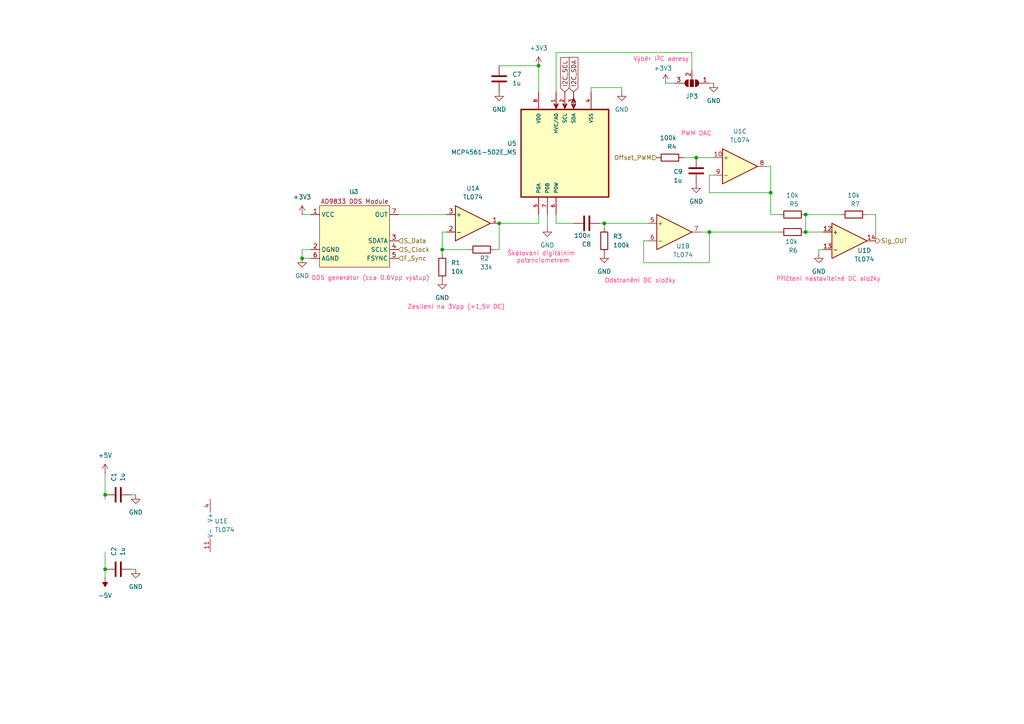
<source format=kicad_sch>
(kicad_sch (version 20250114) (generator "eeschema") (generator_version "9.0")
  (paper "A4")
  (title_block (title "LCR Meter - Signal source") (date "2025-01-20") (rev "1") (company "Vojtěch Glombíček"))
  (lib_symbols
    (symbol "Amplifier_Operational:TL074" (pin_names (offset 0.127))
      (property "Reference" "U" (at 0 5.08 0))
      (property "Value" "TL074" (at 0 -5.08 0))
      (symbol "TL074_1_1"
        (polyline (pts (xy -5.08 5.08) (xy 5.08 0) (xy -5.08 -5.08) (xy -5.08 5.08)) (stroke (width 0.254)) (fill (type background)))
        (pin input line (at -7.62 2.54 0) (length 2.54) (name "+") (number "3"))
        (pin input line (at -7.62 -2.54 0) (length 2.54) (name "-") (number "2"))
        (pin output line (at 7.62 0 180) (length 2.54) (name "~") (number "1"))
      )
      (symbol "TL074_2_1"
        (polyline (pts (xy -5.08 5.08) (xy 5.08 0) (xy -5.08 -5.08) (xy -5.08 5.08)) (stroke (width 0.254)) (fill (type background)))
        (pin input line (at -7.62 2.54 0) (length 2.54) (name "+") (number "5"))
        (pin input line (at -7.62 -2.54 0) (length 2.54) (name "-") (number "6"))
        (pin output line (at 7.62 0 180) (length 2.54) (name "~") (number "7"))
      )
      (symbol "TL074_3_1"
        (polyline (pts (xy -5.08 5.08) (xy 5.08 0) (xy -5.08 -5.08) (xy -5.08 5.08)) (stroke (width 0.254)) (fill (type background)))
        (pin input line (at -7.62 2.54 0) (length 2.54) (name "+") (number "10"))
        (pin input line (at -7.62 -2.54 0) (length 2.54) (name "-") (number "9"))
        (pin output line (at 7.62 0 180) (length 2.54) (name "~") (number "8"))
      )
      (symbol "TL074_4_1"
        (polyline (pts (xy -5.08 5.08) (xy 5.08 0) (xy -5.08 -5.08) (xy -5.08 5.08)) (stroke (width 0.254)) (fill (type background)))
        (pin input line (at -7.62 2.54 0) (length 2.54) (name "+") (number "12"))
        (pin input line (at -7.62 -2.54 0) (length 2.54) (name "-") (number "13"))
        (pin output line (at 7.62 0 180) (length 2.54) (name "~") (number "14"))
      )
      (symbol "TL074_5_1"
        (pin power_in line (at -2.54 7.62 270) (length 3.81) (name "V+") (number "4"))
        (pin power_in line (at -2.54 -7.62 90) (length 3.81) (name "V-") (number "11"))
      )
    )
    (symbol "Device:C" (pin_numbers (hide yes)) (pin_names (offset 0.254))
      (property "Reference" "C" (at 0.635 2.54 0))
      (property "Value" "C" (at 0.635 -2.54 0))
      (symbol "C_0_1"
        (polyline (pts (xy -2.032 0.762) (xy 2.032 0.762)) (stroke (width 0.508)))
        (polyline (pts (xy -2.032 -0.762) (xy 2.032 -0.762)) (stroke (width 0.508)))
      )
      (symbol "C_1_1"
        (pin passive line (at 0 3.81 270) (length 2.794) (name "~") (number "1"))
        (pin passive line (at 0 -3.81 90) (length 2.794) (name "~") (number "2"))
      )
    )
    (symbol "Device:R" (pin_numbers (hide yes)) (pin_names (offset 0))
      (property "Reference" "R" (at 2.032 0 90))
      (property "Value" "R" (at 0 0 90))
      (symbol "R_0_1"
        (rectangle (start -1.016 -2.54) (end 1.016 2.54) (stroke (width 0.254)))
      )
      (symbol "R_1_1"
        (pin passive line (at 0 3.81 270) (length 1.27) (name "~") (number "1"))
        (pin passive line (at 0 -3.81 90) (length 1.27) (name "~") (number "2"))
      )
    )
    (symbol "Jumper:SolderJumper_3_Open" (pin_names (offset 0) (hide yes)) (exclude_from_sim yes) (in_bom no)
      (property "Reference" "JP" (at -2.54 -2.54 0))
      (property "Value" "SolderJumper_3_Open" (at 0 2.794 0))
      (symbol "SolderJumper_3_Open_0_1"
        (polyline (pts (xy -2.54 0) (xy -2.032 0)))
        (polyline (pts (xy -1.016 1.016) (xy -1.016 -1.016)))
        (arc (start -1.016 -1.016) (mid -2.0276 0) (end -1.016 1.016))
        (arc (start -1.016 -1.016) (mid -2.0276 0) (end -1.016 1.016) (fill (type outline)))
        (rectangle (start -0.508 1.016) (end 0.508 -1.016) (fill (type outline)))
        (polyline (pts (xy 0 -1.27) (xy 0 -1.016)))
        (arc (start 1.016 1.016) (mid 2.0276 0) (end 1.016 -1.016))
        (arc (start 1.016 1.016) (mid 2.0276 0) (end 1.016 -1.016) (fill (type outline)))
        (polyline (pts (xy 1.016 1.016) (xy 1.016 -1.016)))
        (polyline (pts (xy 2.54 0) (xy 2.032 0)))
      )
      (symbol "SolderJumper_3_Open_1_1"
        (pin passive line (at -5.08 0 0) (length 2.54) (name "A") (number "1"))
        (pin passive line (at 0 -3.81 90) (length 2.54) (name "C") (number "2"))
        (pin passive line (at 5.08 0 180) (length 2.54) (name "B") (number "3"))
      )
    )
    (symbol "Snapeda:AD9833_Module"
      (property "Reference" "U" (at 0 13.97 0))
      (symbol "AD9833_Module_1_1"
        (rectangle (start -10.16 8.89) (end 10.16 -8.89) (fill (type background)))
        (text "AD9833 DDS Module" (at 0 10.16 0) (effects (font (size 1.27 1.27))))
        (pin input line (at -12.7 6.35 0) (length 2.54) (name "VCC") (number "1"))
        (pin input line (at -12.7 -3.81 0) (length 2.54) (name "DGND") (number "2"))
        (pin input line (at -12.7 -6.35 0) (length 2.54) (name "AGND") (number "6"))
        (pin input line (at 12.7 6.35 180) (length 2.54) (name "OUT") (number "7"))
        (pin input line (at 12.7 -1.27 180) (length 2.54) (name "SDATA") (number "3"))
        (pin input line (at 12.7 -3.81 180) (length 2.54) (name "SCLK") (number "4"))
        (pin input line (at 12.7 -6.35 180) (length 2.54) (name "FSYNC") (number "5"))
      )
    )
    (symbol "Snapeda:MCP4561-502E_MS" (pin_names (offset 1.016))
      (property "Reference" "U" (at -4.9064 12.9395 0))
      (property "Value" "MCP4561-502E_MS" (at -5.7257 -19.5182 0))
      (symbol "MCP4561-502E_MS_0_0"
        (polyline (pts (xy -14.7828 -4.572) (xy -15.8242 -5.08)) (stroke (width 0.4064)))
        (polyline (pts (xy -14.7828 -5.588) (xy -15.8242 -5.08)) (stroke (width 0.4064)))
        (polyline (pts (xy -13.208 0) (xy -14.2748 0.508)) (stroke (width 0.4064)))
        (polyline (pts (xy -13.208 0) (xy -14.2748 -0.508)) (stroke (width 0.4064)))
        (polyline (pts (xy -13.208 -2.54) (xy -14.2748 -2.032)) (stroke (width 0.4064)))
        (polyline (pts (xy -13.208 -2.54) (xy -14.2748 -3.048)) (stroke (width 0.4064)))
        (polyline (pts (xy -13.208 -5.08) (xy -14.2748 -4.572)) (stroke (width 0.4064)))
        (polyline (pts (xy -13.208 -5.08) (xy -14.2748 -5.588)) (stroke (width 0.4064)))
        (rectangle (start -12.7 -15.24) (end 12.7 10.16) (stroke (width 0.4064)) (fill (type background)))
        (pin power_in line (at -17.78 5.08 0) (length 5.08) (name "VDD") (number "8"))
        (pin input line (at -17.78 0 0) (length 5.08) (name "HVC/A0") (number "1"))
        (pin input line (at -17.78 -2.54 0) (length 5.08) (name "SCL") (number "2"))
        (pin bidirectional line (at -17.78 -5.08 0) (length 5.08) (name "SDA") (number "3"))
        (pin power_in line (at -17.78 -10.16 0) (length 5.08) (name "VSS") (number "4"))
        (pin passive line (at 17.78 5.08 180) (length 5.08) (name "P0A") (number "5"))
        (pin passive line (at 17.78 2.54 180) (length 5.08) (name "P0B") (number "7"))
        (pin passive line (at 17.78 0 180) (length 5.08) (name "P0W") (number "6"))
      )
    )
    (symbol "power:+3V3" (power) (pin_numbers (hide yes)) (pin_names (offset 0) (hide yes))
      (property "Value" "+3V3" (at 0 3.556 0))
      (symbol "+3V3_0_1"
        (polyline (pts (xy -0.762 1.27) (xy 0 2.54)))
        (polyline (pts (xy 0 2.54) (xy 0.762 1.27)))
        (polyline (pts (xy 0 0) (xy 0 2.54)))
      )
      (symbol "+3V3_1_1"
        (pin power_in line (at 0 0 90) (length 0) (name "~") (number "1"))
      )
    )
    (symbol "power:+5V" (power) (pin_numbers (hide yes)) (pin_names (offset 0) (hide yes))
      (property "Value" "+5V" (at 0 3.556 0))
      (symbol "+5V_0_1"
        (polyline (pts (xy -0.762 1.27) (xy 0 2.54)))
        (polyline (pts (xy 0 2.54) (xy 0.762 1.27)))
        (polyline (pts (xy 0 0) (xy 0 2.54)))
      )
      (symbol "+5V_1_1"
        (pin power_in line (at 0 0 90) (length 0) (name "~") (number "1"))
      )
    )
    (symbol "power:-5V" (power) (pin_numbers (hide yes)) (pin_names (offset 0) (hide yes))
      (property "Value" "-5V" (at 0 3.556 0))
      (symbol "-5V_0_0"
        (pin power_in line (at 0 0 90) (length 0) (name "~") (number "1"))
      )
      (symbol "-5V_0_1"
        (polyline (pts (xy 0 0) (xy 0 1.27) (xy 0.762 1.27) (xy 0 2.54) (xy -0.762 1.27) (xy 0 1.27)) (fill (type outline)))
      )
    )
    (symbol "power:GND" (power) (pin_numbers (hide yes)) (pin_names (offset 0) (hide yes))
      (property "Value" "GND" (at 0 -3.81 0))
      (symbol "GND_0_1"
        (polyline (pts (xy 0 0) (xy 0 -1.27) (xy 1.27 -1.27) (xy 0 -2.54) (xy -1.27 -1.27) (xy 0 -1.27)))
      )
      (symbol "GND_1_1"
        (pin power_in line (at 0 0 270) (length 0) (name "~") (number "1"))
      )
    )
  )
  (text "Výběr I^{2}C adresy" (at 191.77 17.272 0) (effects (font (size 1.27 1.27))))
  (text "Škálování digitálním \npotenciometrem" (at 157.48 74.676 0) (effects (font (size 1.27 1.27))))
  (text "Přičtení nastavitelné DC složky" (at 240.284 81.026 0) (effects (font (size 1.27 1.27))))
  (text "Odstranění DC složky\n" (at 185.674 81.534 0) (effects (font (size 1.27 1.27))))
  (text "Zesílení na 3Vpp (+1,5V DC)" (at 132.334 89.154 0) (effects (font (size 1.27 1.27))))
  (text "DDS generátor (cca 0.6Vpp výstup)" (at 107.442 80.772 0) (effects (font (size 1.27 1.27))))
  (text "PWM DAC" (at 201.93 38.862 0) (effects (font (size 1.27 1.27))))
  (junction (at 87.63 74.93))
  (junction (at 205.74 67.31))
  (junction (at 233.68 67.31))
  (junction (at 128.27 72.39))
  (junction (at 156.21 19.05))
  (junction (at 233.68 62.23))
  (junction (at 223.52 55.88))
  (junction (at 144.78 64.77))
  (junction (at 175.26 64.77))
  (junction (at 30.48 165.1))
  (junction (at 30.48 143.51))
  (junction (at 201.93 45.72))
  (wire (pts (xy 254 62.23) (xy 254 69.85)))
  (wire (pts (xy 39.37 143.51) (xy 38.1 143.51)))
  (wire (pts (xy 128.27 67.31) (xy 129.54 67.31)))
  (wire (pts (xy 207.01 45.72) (xy 201.93 45.72)))
  (wire (pts (xy 143.51 72.39) (xy 144.78 72.39)))
  (wire (pts (xy 186.69 69.85) (xy 187.96 69.85)))
  (wire (pts (xy 30.48 137.16) (xy 30.48 143.51)))
  (wire (pts (xy 233.68 67.31) (xy 238.76 67.31)))
  (wire (pts (xy 233.68 62.23) (xy 233.68 67.31)))
  (wire (pts (xy 128.27 73.66) (xy 128.27 72.39)))
  (wire (pts (xy 87.63 72.39) (xy 87.63 74.93)))
  (wire (pts (xy 205.74 50.8) (xy 207.01 50.8)))
  (wire (pts (xy 223.52 62.23) (xy 223.52 55.88)))
  (wire (pts (xy 175.26 64.77) (xy 187.96 64.77)))
  (wire (pts (xy 30.48 167.64) (xy 30.48 165.1)))
  (wire (pts (xy 128.27 72.39) (xy 135.89 72.39)))
  (wire (pts (xy 156.21 62.23) (xy 156.21 64.77)))
  (wire (pts (xy 39.37 165.1) (xy 38.1 165.1)))
  (wire (pts (xy 233.68 62.23) (xy 243.84 62.23)))
  (wire (pts (xy 223.52 48.26) (xy 223.52 55.88)))
  (wire (pts (xy 144.78 64.77) (xy 144.78 72.39)))
  (wire (pts (xy 205.74 76.2) (xy 186.69 76.2)))
  (wire (pts (xy 115.57 62.23) (xy 129.54 62.23)))
  (wire (pts (xy 144.78 64.77) (xy 156.21 64.77)))
  (wire (pts (xy 205.74 67.31) (xy 226.06 67.31)))
  (wire (pts (xy 193.04 24.13) (xy 195.58 24.13)))
  (wire (pts (xy 30.48 143.51) (xy 30.48 144.78)))
  (wire (pts (xy 90.17 72.39) (xy 87.63 72.39)))
  (wire (pts (xy 207.01 24.13) (xy 205.74 24.13)))
  (wire (pts (xy 203.2 67.31) (xy 205.74 67.31)))
  (wire (pts (xy 237.49 72.39) (xy 238.76 72.39)))
  (wire (pts (xy 205.74 67.31) (xy 205.74 76.2)))
  (wire (pts (xy 158.75 66.04) (xy 158.75 62.23)))
  (wire (pts (xy 205.74 55.88) (xy 205.74 50.8)))
  (wire (pts (xy 161.29 15.24) (xy 200.66 15.24)))
  (wire (pts (xy 171.45 25.4) (xy 171.45 26.67)))
  (wire (pts (xy 87.63 62.23) (xy 90.17 62.23)))
  (wire (pts (xy 186.69 76.2) (xy 186.69 69.85)))
  (wire (pts (xy 180.34 26.67) (xy 180.34 25.4)))
  (wire (pts (xy 200.66 15.24) (xy 200.66 20.32)))
  (wire (pts (xy 226.06 62.23) (xy 223.52 62.23)))
  (wire (pts (xy 254 62.23) (xy 251.46 62.23)))
  (wire (pts (xy 222.25 48.26) (xy 223.52 48.26)))
  (wire (pts (xy 156.21 19.05) (xy 156.21 26.67)))
  (wire (pts (xy 223.52 55.88) (xy 205.74 55.88)))
  (wire (pts (xy 30.48 165.1) (xy 30.48 160.02)))
  (wire (pts (xy 161.29 62.23) (xy 161.29 64.77)))
  (wire (pts (xy 144.78 19.05) (xy 156.21 19.05)))
  (wire (pts (xy 198.12 45.72) (xy 201.93 45.72)))
  (wire (pts (xy 161.29 64.77) (xy 166.37 64.77)))
  (wire (pts (xy 161.29 26.67) (xy 161.29 15.24)))
  (wire (pts (xy 237.49 72.39) (xy 237.49 73.66)))
  (wire (pts (xy 128.27 72.39) (xy 128.27 67.31)))
  (wire (pts (xy 180.34 25.4) (xy 171.45 25.4)))
  (wire (pts (xy 87.63 74.93) (xy 90.17 74.93)))
  (wire (pts (xy 173.99 64.77) (xy 175.26 64.77)))
  (wire (pts (xy 175.26 64.77) (xy 175.26 66.04)))
  (global_label "I2C_SDA" (shape input) (at 166.37 26.67 90) (property "Intersheetrefs" "${INTERSHEET_REFS}" (effects (hide yes))))
  (global_label "I2C_SCL" (shape input) (at 163.83 26.67 90) (property "Intersheetrefs" "${INTERSHEET_REFS}" (effects (hide yes))))
  (hierarchical_label "Sig_OUT" (shape output) (at 254 69.85 0))
  (hierarchical_label "S_Clock" (shape input) (at 115.57 72.39 0))
  (hierarchical_label "F_Sync" (shape input) (at 115.57 74.93 0))
  (hierarchical_label "S_Data" (shape input) (at 115.57 69.85 0))
  (hierarchical_label "Offset_PWM" (shape input) (at 190.5 45.72 180))
  (symbol (lib_id "Device:C") (at 201.93 49.53 180) (unit 1)
    (property "Reference" "C9" (at 195.326 49.784 0) (effects (justify right)))
    (property "Value" "1u" (at 195.326 52.324 0) (effects (justify right)))
    (property "Footprint" "Capacitor_SMD:C_0603_1608Metric_Pad1.08x0.95mm_HandSolder" (effects (hide yes)))
    (property "Description" "Unpolarized capacitor" (effects (hide yes)))
  )
  (symbol (lib_id "Device:C") (at 34.29 165.1 270) (unit 1)
    (property "Reference" "C2" (at 33.0199 161.29 0) (effects (justify right)))
    (property "Value" "1u" (at 35.5599 161.29 0) (effects (justify right)))
    (property "Footprint" "Capacitor_SMD:C_0603_1608Metric_Pad1.08x0.95mm_HandSolder" (effects (hide yes)))
    (property "Description" "Unpolarized capacitor" (effects (hide yes)))
  )
  (symbol (lib_id "power:+3V3") (at 193.04 24.13 0) (unit 1)
    (property "Reference" "#PWR020" (effects (hide yes)))
    (property "Value" "+3V3" (at 192.278 19.812 0))
    (property "Description" "Power symbol creates a global label with name \"+3V3\"" (effects (hide yes)))
  )
  (symbol (lib_id "power:GND") (at 39.37 143.51 0) (unit 1)
    (property "Reference" "#PWR05" (effects (hide yes)))
    (property "Value" "GND" (at 39.37 148.59 0))
    (property "Description" "Power symbol creates a global label with name \"GND\" , ground" (effects (hide yes)))
  )
  (symbol (lib_id "Amplifier_Operational:TL074") (at 246.38 69.85 0) (unit 4)
    (property "Reference" "U1" (at 250.698 72.644 0))
    (property "Value" "TL074" (at 250.698 75.184 0))
    (property "Datasheet" "http://www.ti.com/lit/ds/symlink/tl071.pdf" (effects (hide yes)))
    (property "Description" "Quad Low-Noise JFET-Input Operational Amplifiers, DIP-14/SOIC-14" (effects (hide yes)))
  )
  (symbol (lib_id "Amplifier_Operational:TL074") (at 214.63 48.26 0) (unit 3)
    (property "Reference" "U1" (at 214.63 38.1 0))
    (property "Value" "TL074" (at 214.63 40.64 0))
    (property "Datasheet" "http://www.ti.com/lit/ds/symlink/tl071.pdf" (effects (hide yes)))
    (property "Description" "Quad Low-Noise JFET-Input Operational Amplifiers, DIP-14/SOIC-14" (effects (hide yes)))
  )
  (symbol (lib_id "power:-5V") (at 30.48 167.64 180) (unit 1)
    (property "Reference" "#PWR02" (effects (hide yes)))
    (property "Value" "-5V" (at 30.48 172.72 0))
    (property "Description" "Power symbol creates a global label with name \"-5V\"" (effects (hide yes)))
  )
  (symbol (lib_id "power:GND") (at 144.78 26.67 0) (unit 1)
    (property "Reference" "#PWR015" (effects (hide yes)))
    (property "Value" "GND" (at 144.78 31.75 0))
    (property "Description" "Power symbol creates a global label with name \"GND\" , ground" (effects (hide yes)))
  )
  (symbol (lib_id "power:+3V3") (at 156.21 19.05 0) (unit 1)
    (property "Reference" "#PWR016" (effects (hide yes)))
    (property "Value" "+3V3" (at 156.21 13.97 0))
    (property "Description" "Power symbol creates a global label with name \"+3V3\"" (effects (hide yes)))
  )
  (symbol (lib_id "power:GND") (at 207.01 24.13 0) (unit 1)
    (property "Reference" "#PWR021" (effects (hide yes)))
    (property "Value" "GND" (at 207.01 29.21 0))
    (property "Description" "Power symbol creates a global label with name \"GND\" , ground" (effects (hide yes)))
  )
  (symbol (lib_id "power:GND") (at 87.63 74.93 0) (unit 1)
    (property "Reference" "#PWR09" (effects (hide yes)))
    (property "Value" "GND" (at 87.63 80.01 0))
    (property "Description" "Power symbol creates a global label with name \"GND\" , ground" (effects (hide yes)))
  )
  (symbol (lib_id "Device:C") (at 34.29 143.51 270) (unit 1)
    (property "Reference" "C1" (at 33.0199 139.7 0) (effects (justify right)))
    (property "Value" "1u" (at 35.5599 139.7 0) (effects (justify right)))
    (property "Footprint" "Capacitor_SMD:C_0603_1608Metric_Pad1.08x0.95mm_HandSolder" (effects (hide yes)))
    (property "Description" "Unpolarized capacitor" (effects (hide yes)))
  )
  (symbol (lib_id "Jumper:SolderJumper_3_Open") (at 200.66 24.13 180) (unit 1) (in_bom no)
    (property "Reference" "JP3" (at 200.66 27.94 0))
    (property "Value" "SolderJumper_3_Open" (effects (hide yes)))
    (property "Footprint" "Jumper:SolderJumper-3_P1.3mm_Open_RoundedPad1.0x1.5mm" (effects (hide yes)))
    (property "Description" "Solder Jumper, 3-pole, open" (effects (hide yes)))
  )
  (symbol (lib_id "Amplifier_Operational:TL074") (at 63.5 152.4 0) (unit 5)
    (property "Reference" "U1" (at 62.23 151.1299 0) (effects (justify left)))
    (property "Value" "TL074" (at 62.23 153.6699 0) (effects (justify left)))
    (property "Datasheet" "http://www.ti.com/lit/ds/symlink/tl071.pdf" (effects (hide yes)))
    (property "Description" "Quad Low-Noise JFET-Input Operational Amplifiers, DIP-14/SOIC-14" (effects (hide yes)))
  )
  (symbol (lib_id "Device:R") (at 247.65 62.23 90) (unit 1)
    (property "Reference" "R7" (at 249.428 59.1819 90) (effects (justify left)))
    (property "Value" "10k" (at 249.428 56.642 90) (effects (justify left)))
    (property "Footprint" "Resistor_SMD:R_0603_1608Metric_Pad0.98x0.95mm_HandSolder" (effects (hide yes)))
    (property "Description" "Resistor" (effects (hide yes)))
  )
  (symbol (lib_id "Device:R") (at 139.7 72.39 270) (unit 1)
    (property "Reference" "R2" (at 139.192 74.93 90) (effects (justify left)))
    (property "Value" "33k" (at 139.192 77.4699 90) (effects (justify left)))
    (property "Footprint" "Resistor_SMD:R_0603_1608Metric_Pad0.98x0.95mm_HandSolder" (effects (hide yes)))
    (property "Description" "Resistor" (effects (hide yes)))
  )
  (symbol (lib_id "Snapeda:MCP4561-502E_MS") (at 161.29 44.45 90) (mirror x) (unit 1)
    (property "Reference" "U5" (at 149.86 41.6178 90) (effects (justify left)))
    (property "Value" "MCP4561-502E_MS" (at 149.86 44.1578 90) (effects (justify left)))
    (property "Footprint" "Snapeda:MCP4561-502E_MS_SOP65P490X110-8N" (effects (hide yes)))
    (property "MF" "Microchip" (effects (hide yes)))
    (property "Description_1" "\n                        \n                            MCP4561-502E/MS,Digital Potentiometer 5kOhm 257-Pos Linear Serial-I2C 8-Pin MSOP | Microchip Technology Inc. MCP4561-502E/MS\n                        \n" (effects (hide yes)))
    (property "PACKAGE" "SOP-8" (effects (hide yes)))
    (property "MPN" "MCP4561-502E/MS" (effects (hide yes)))
    (property "Price" "None" (effects (hide yes)))
    (property "Package" "MSOP-8 Microchip" (effects (hide yes)))
    (property "OC_FARNELL" "1698948" (effects (hide yes)))
    (property "SnapEDA_Link" "https://www.snapeda.com/parts/MCP4561-502E/MS/Microchip/view-part/?ref=snap" (effects (hide yes)))
    (property "MP" "MCP4561-502E/MS" (effects (hide yes)))
    (property "SUPPLIER" "Microchip" (effects (hide yes)))
    (property "OC_NEWARK" "77M2912" (effects (hide yes)))
    (property "Availability" "In Stock" (effects (hide yes)))
    (property "Check_prices" "https://www.snapeda.com/parts/MCP4561-502E/MS/Microchip/view-part/?ref=eda" (effects (hide yes)))
  )
  (symbol (lib_id "Device:R") (at 229.87 67.31 90) (unit 1)
    (property "Reference" "R6" (at 231.394 72.644 90) (effects (justify left)))
    (property "Value" "10k" (at 231.394 70.1041 90) (effects (justify left)))
    (property "Footprint" "Resistor_SMD:R_0603_1608Metric_Pad0.98x0.95mm_HandSolder" (effects (hide yes)))
    (property "Description" "Resistor" (effects (hide yes)))
  )
  (symbol (lib_id "Device:R") (at 175.26 69.85 0) (unit 1)
    (property "Reference" "R3" (at 177.8 68.58 0) (effects (justify left)))
    (property "Value" "100k" (at 177.8 71.1199 0) (effects (justify left)))
    (property "Footprint" "Resistor_SMD:R_0603_1608Metric_Pad0.98x0.95mm_HandSolder" (effects (hide yes)))
    (property "Description" "Resistor" (effects (hide yes)))
  )
  (symbol (lib_id "Device:R") (at 194.31 45.72 90) (unit 1)
    (property "Reference" "R4" (at 196.215 42.545 90) (effects (justify left)))
    (property "Value" "100k" (at 196.215 40.0051 90) (effects (justify left)))
    (property "Footprint" "Resistor_SMD:R_0603_1608Metric_Pad0.98x0.95mm_HandSolder" (effects (hide yes)))
    (property "Description" "Resistor" (effects (hide yes)))
  )
  (symbol (lib_id "Device:R") (at 128.27 77.47 0) (unit 1)
    (property "Reference" "R1" (at 130.81 76.2 0) (effects (justify left)))
    (property "Value" "10k" (at 130.81 78.7399 0) (effects (justify left)))
    (property "Footprint" "Resistor_SMD:R_0603_1608Metric_Pad0.98x0.95mm_HandSolder" (effects (hide yes)))
    (property "Description" "Resistor" (effects (hide yes)))
  )
  (symbol (lib_id "Amplifier_Operational:TL074") (at 137.16 64.77 0) (unit 1)
    (property "Reference" "U1" (at 137.16 54.61 0))
    (property "Value" "TL074" (at 137.16 57.15 0))
    (property "Datasheet" "http://www.ti.com/lit/ds/symlink/tl071.pdf" (effects (hide yes)))
    (property "Description" "Quad Low-Noise JFET-Input Operational Amplifiers, DIP-14/SOIC-14" (effects (hide yes)))
  )
  (symbol (lib_id "Snapeda:AD9833_Module") (at 102.87 68.58 0) (unit 1)
    (property "Reference" "U3" (at 102.616 55.626 0))
    (property "Value" "~" (at 102.87 55.88 0))
    (property "Footprint" "Snapeda:AD9833_Module" (effects (hide yes)))
  )
  (symbol (lib_id "power:GND") (at 158.75 66.04 0) (unit 1)
    (property "Reference" "#PWR017" (effects (hide yes)))
    (property "Value" "GND" (at 158.75 71.12 0))
    (property "Description" "Power symbol creates a global label with name \"GND\" , ground" (effects (hide yes)))
  )
  (symbol (lib_id "Device:R") (at 229.87 62.23 90) (unit 1)
    (property "Reference" "R5" (at 231.648 59.1819 90) (effects (justify left)))
    (property "Value" "10k" (at 231.648 56.642 90) (effects (justify left)))
    (property "Footprint" "Resistor_SMD:R_0603_1608Metric_Pad0.98x0.95mm_HandSolder" (effects (hide yes)))
    (property "Description" "Resistor" (effects (hide yes)))
  )
  (symbol (lib_id "power:GND") (at 180.34 26.67 0) (unit 1)
    (property "Reference" "#PWR019" (effects (hide yes)))
    (property "Value" "GND" (at 180.34 31.75 0))
    (property "Description" "Power symbol creates a global label with name \"GND\" , ground" (effects (hide yes)))
  )
  (symbol (lib_id "power:GND") (at 175.26 73.66 0) (unit 1)
    (property "Reference" "#PWR018" (effects (hide yes)))
    (property "Value" "GND" (at 175.26 78.74 0))
    (property "Description" "Power symbol creates a global label with name \"GND\" , ground" (effects (hide yes)))
  )
  (symbol (lib_id "power:GND") (at 237.49 73.66 0) (unit 1)
    (property "Reference" "#PWR023" (effects (hide yes)))
    (property "Value" "GND" (at 237.49 78.74 0))
    (property "Description" "Power symbol creates a global label with name \"GND\" , ground" (effects (hide yes)))
  )
  (symbol (lib_id "power:+5V") (at 30.48 137.16 0) (unit 1)
    (property "Reference" "#PWR01" (effects (hide yes)))
    (property "Value" "+5V" (at 30.48 132.08 0))
    (property "Description" "Power symbol creates a global label with name \"+5V\"" (effects (hide yes)))
  )
  (symbol (lib_id "power:GND") (at 39.37 165.1 0) (unit 1)
    (property "Reference" "#PWR06" (effects (hide yes)))
    (property "Value" "GND" (at 39.37 170.18 0))
    (property "Description" "Power symbol creates a global label with name \"GND\" , ground" (effects (hide yes)))
  )
  (symbol (lib_id "Device:C") (at 170.18 64.77 270) (unit 1)
    (property "Reference" "C8" (at 171.45 70.866 90) (effects (justify right)))
    (property "Value" "100n" (at 171.45 68.326 90) (effects (justify right)))
    (property "Footprint" "Capacitor_SMD:C_0603_1608Metric_Pad1.08x0.95mm_HandSolder" (effects (hide yes)))
    (property "Description" "Unpolarized capacitor" (effects (hide yes)))
  )
  (symbol (lib_id "power:GND") (at 128.27 81.28 0) (unit 1)
    (property "Reference" "#PWR014" (effects (hide yes)))
    (property "Value" "GND" (at 128.27 86.36 0))
    (property "Description" "Power symbol creates a global label with name \"GND\" , ground" (effects (hide yes)))
  )
  (symbol (lib_id "Amplifier_Operational:TL074") (at 195.58 67.31 0) (unit 2)
    (property "Reference" "U1" (at 198.12 71.374 0))
    (property "Value" "TL074" (at 198.12 73.914 0))
    (property "Datasheet" "http://www.ti.com/lit/ds/symlink/tl071.pdf" (effects (hide yes)))
    (property "Description" "Quad Low-Noise JFET-Input Operational Amplifiers, DIP-14/SOIC-14" (effects (hide yes)))
  )
  (symbol (lib_id "Device:C") (at 144.78 22.86 180) (unit 1)
    (property "Reference" "C7" (at 148.59 21.5899 0) (effects (justify right)))
    (property "Value" "1u" (at 148.59 24.1299 0) (effects (justify right)))
    (property "Footprint" "Capacitor_SMD:C_0603_1608Metric_Pad1.08x0.95mm_HandSolder" (effects (hide yes)))
    (property "Description" "Unpolarized capacitor" (effects (hide yes)))
  )
  (symbol (lib_id "power:GND") (at 201.93 53.34 0) (unit 1)
    (property "Reference" "#PWR022" (effects (hide yes)))
    (property "Value" "GND" (at 201.93 58.42 0))
    (property "Description" "Power symbol creates a global label with name \"GND\" , ground" (effects (hide yes)))
  )
  (symbol (lib_id "power:+3V3") (at 87.63 62.23 0) (unit 1)
    (property "Reference" "#PWR08" (effects (hide yes)))
    (property "Value" "+3V3" (at 87.63 57.15 0))
    (property "Description" "Power symbol creates a global label with name \"+3V3\"" (effects (hide yes)))
  )
)
</source>
